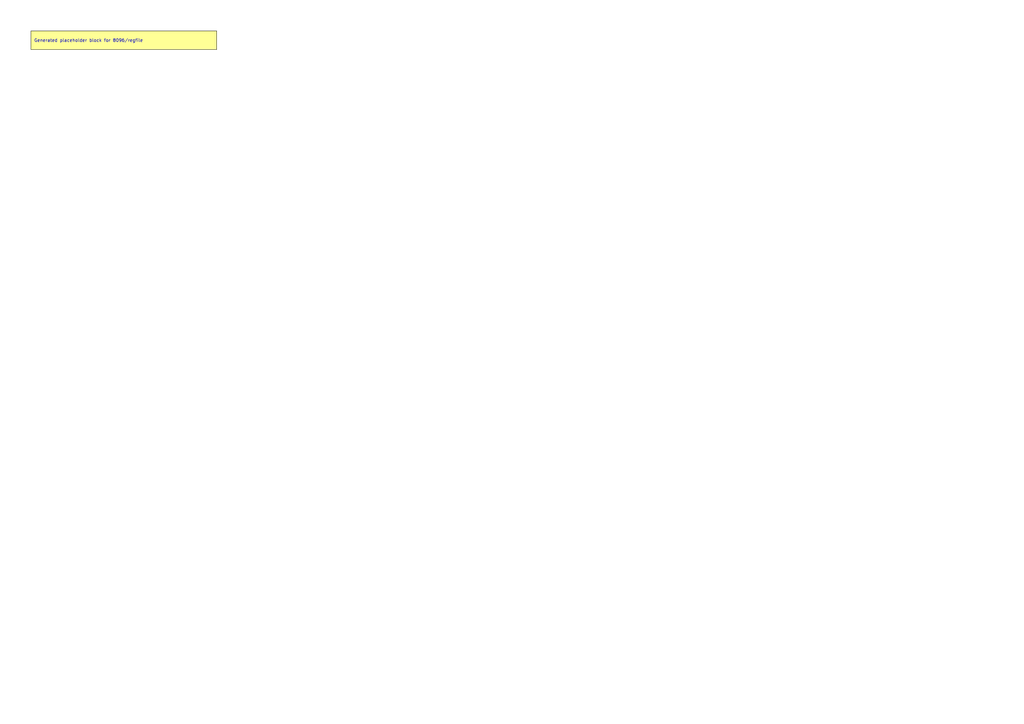
<source format=kicad_sch>
(kicad_sch
	(version 20250114)
	(generator "kicadgen")
	(generator_version "0.1")
	(uuid "3137f6b5-0900-5b8c-b134-42db3e57299a")
	(paper "A3")
	(title_block
		(title "8096::regfile")
		(company "Project Carbon")
		(comment 1 "Generated - do not edit in generated/")
		(comment 2 "Edit in schem/kicad9/manual/ or refine mapping specs")
	)
	(lib_symbols)
	(text_box
		"Generated placeholder block for 8096/regfile"
		(exclude_from_sim no)
		(at
			12.7
			12.7
			0
		)
		(size 76.2 7.62)
		(margins
			1.27
			1.27
			1.27
			1.27
		)
		(stroke
			(width 0)
			(type default)
			(color
				0
				0
				0
				1
			)
		)
		(fill
			(type color)
			(color
				255
				255
				150
				1
			)
		)
		(effects
			(font
				(size 1.27 1.27)
			)
			(justify left)
		)
		(uuid "186716f0-c578-54e0-8957-c31276624784")
	)
	(sheet_instances
		(path
			"/"
			(page "1")
		)
	)
	(embedded_fonts no)
)

</source>
